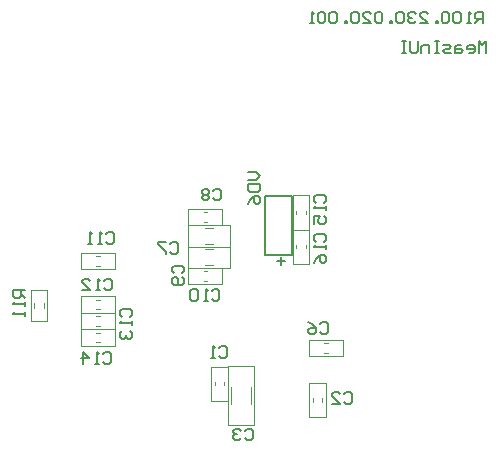
<source format=gbo>
G04 Layer_Color=32896*
%FSLAX44Y44*%
%MOMM*%
G71*
G01*
G75*
%ADD38C,0.1000*%
%ADD40C,0.1270*%
%ADD44C,0.1500*%
D38*
X241000Y168500D02*
Y171500D01*
X249000Y168500D02*
Y171500D01*
X238000Y184500D02*
X252000D01*
Y155500D02*
Y184500D01*
X238000Y155500D02*
X252000D01*
X238000D02*
Y184500D01*
X324000Y154500D02*
Y157500D01*
X332000Y154500D02*
Y157500D01*
X321000Y170500D02*
X335000D01*
Y141500D02*
Y170500D01*
X321000Y141500D02*
X335000D01*
X321000D02*
Y170500D01*
X254500Y152500D02*
Y167500D01*
X271500Y152500D02*
Y167500D01*
X252000Y184750D02*
X274000D01*
Y135250D02*
Y184750D01*
X252000Y135250D02*
X274000D01*
X252000D02*
Y184750D01*
X333500Y196000D02*
X336500D01*
X333500Y204000D02*
X336500D01*
X320500Y193000D02*
Y207000D01*
X349500D01*
Y193000D02*
Y207000D01*
X320500Y193000D02*
X349500D01*
X232500Y301750D02*
X239500D01*
X232500Y288250D02*
X239500D01*
X218000Y286000D02*
Y304000D01*
X254000D01*
Y286000D02*
Y304000D01*
X218000Y286000D02*
X254000D01*
X231500Y315000D02*
X234500D01*
X231500Y307000D02*
X234500D01*
X247500Y304000D02*
Y318000D01*
X218500Y304000D02*
X247500D01*
X218500D02*
Y318000D01*
X247500D01*
X232500Y283750D02*
X239500D01*
X232500Y270250D02*
X239500D01*
X218000Y268000D02*
Y286000D01*
X254000D01*
Y268000D02*
Y286000D01*
X218000Y268000D02*
X254000D01*
X231500Y257000D02*
X234500D01*
X231500Y265000D02*
X234500D01*
X218500Y254000D02*
Y268000D01*
X247500D01*
Y254000D02*
Y268000D01*
X218500Y254000D02*
X247500D01*
X140500Y278000D02*
X143500D01*
X140500Y270000D02*
X143500D01*
X156500Y267000D02*
Y281000D01*
X127500Y267000D02*
X156500D01*
X127500D02*
Y281000D01*
X156500D01*
X140500Y241000D02*
X143500D01*
X140500Y233000D02*
X143500D01*
X156500Y230000D02*
Y244000D01*
X127500Y230000D02*
X156500D01*
X127500D02*
Y244000D01*
X156500D01*
X140500Y227000D02*
X143500D01*
X140500Y219000D02*
X143500D01*
X156500Y216000D02*
Y230000D01*
X127500Y216000D02*
X156500D01*
X127500D02*
Y230000D01*
X156500D01*
X140500Y213000D02*
X143500D01*
X140500Y205000D02*
X143500D01*
X156500Y202000D02*
Y216000D01*
X127500Y202000D02*
X156500D01*
X127500D02*
Y216000D01*
X156500D01*
X318000Y313500D02*
Y316500D01*
X310000Y313500D02*
Y316500D01*
X307000Y300500D02*
X321000D01*
X307000D02*
Y329500D01*
X321000D01*
Y300500D02*
Y329500D01*
X318000Y284500D02*
Y287500D01*
X310000Y284500D02*
Y287500D01*
X307000Y271500D02*
X321000D01*
X307000D02*
Y300500D01*
X321000D01*
Y271500D02*
Y300500D01*
X98750Y222750D02*
Y249250D01*
X85250D02*
X98750D01*
X85250Y222750D02*
Y249250D01*
Y222750D02*
X98750D01*
X96250Y235000D02*
Y237000D01*
X87750Y234000D02*
Y238000D01*
X96250Y234000D02*
Y235000D01*
Y237000D02*
Y238000D01*
D40*
X306250Y279000D02*
Y329000D01*
X283750D02*
X306250D01*
X283750Y279000D02*
Y329000D01*
Y279000D02*
X306250D01*
D44*
X244414Y199833D02*
X246080Y201499D01*
X249412D01*
X251078Y199833D01*
Y193168D01*
X249412Y191502D01*
X246080D01*
X244414Y193168D01*
X241081Y191502D02*
X237749D01*
X239415D01*
Y201499D01*
X241081Y199833D01*
X350336Y161331D02*
X352002Y162997D01*
X355334D01*
X357000Y161331D01*
Y154666D01*
X355334Y153000D01*
X352002D01*
X350336Y154666D01*
X340339Y153000D02*
X347003D01*
X340339Y159664D01*
Y161331D01*
X342005Y162997D01*
X345337D01*
X347003Y161331D01*
X266336Y130331D02*
X268002Y131997D01*
X271334D01*
X273000Y130331D01*
Y123666D01*
X271334Y122000D01*
X268002D01*
X266336Y123666D01*
X263003Y130331D02*
X261337Y131997D01*
X258005D01*
X256339Y130331D01*
Y128665D01*
X258005Y126998D01*
X259671D01*
X258005D01*
X256339Y125332D01*
Y123666D01*
X258005Y122000D01*
X261337D01*
X263003Y123666D01*
X330336Y220331D02*
X332002Y221997D01*
X335334D01*
X337000Y220331D01*
Y213666D01*
X335334Y212000D01*
X332002D01*
X330336Y213666D01*
X320339Y221997D02*
X323671Y220331D01*
X327003Y216998D01*
Y213666D01*
X325337Y212000D01*
X322005D01*
X320339Y213666D01*
Y215332D01*
X322005Y216998D01*
X327003D01*
X203335Y288331D02*
X205002Y289997D01*
X208334D01*
X210000Y288331D01*
Y281666D01*
X208334Y280000D01*
X205002D01*
X203335Y281666D01*
X200003Y289997D02*
X193339D01*
Y288331D01*
X200003Y281666D01*
Y280000D01*
X239841Y333437D02*
X241508Y335103D01*
X244840D01*
X246506Y333437D01*
Y326772D01*
X244840Y325106D01*
X241508D01*
X239841Y326772D01*
X236509Y333437D02*
X234843Y335103D01*
X231511D01*
X229845Y333437D01*
Y331771D01*
X231511Y330104D01*
X229845Y328438D01*
Y326772D01*
X231511Y325106D01*
X234843D01*
X236509Y326772D01*
Y328438D01*
X234843Y330104D01*
X236509Y331771D01*
Y333437D01*
X234843Y330104D02*
X231511D01*
X206669Y263335D02*
X205003Y265002D01*
Y268334D01*
X206669Y270000D01*
X213334D01*
X215000Y268334D01*
Y265002D01*
X213334Y263335D01*
Y260003D02*
X215000Y258337D01*
Y255005D01*
X213334Y253339D01*
X206669D01*
X205003Y255005D01*
Y258337D01*
X206669Y260003D01*
X208335D01*
X210002Y258337D01*
Y253339D01*
X238335Y248331D02*
X240002Y249997D01*
X243334D01*
X245000Y248331D01*
Y241666D01*
X243334Y240000D01*
X240002D01*
X238335Y241666D01*
X235003Y240000D02*
X231671D01*
X233337D01*
Y249997D01*
X235003Y248331D01*
X226673D02*
X225006Y249997D01*
X221674D01*
X220008Y248331D01*
Y241666D01*
X221674Y240000D01*
X225006D01*
X226673Y241666D01*
Y248331D01*
X148910Y296353D02*
X150576Y298019D01*
X153908D01*
X155574Y296353D01*
Y289688D01*
X153908Y288022D01*
X150576D01*
X148910Y289688D01*
X145577Y288022D02*
X142245D01*
X143911D01*
Y298019D01*
X145577Y296353D01*
X137247Y288022D02*
X133914D01*
X135581D01*
Y298019D01*
X137247Y296353D01*
X147336Y257331D02*
X149002Y258997D01*
X152334D01*
X154000Y257331D01*
Y250666D01*
X152334Y249000D01*
X149002D01*
X147336Y250666D01*
X144003Y249000D02*
X140671D01*
X142337D01*
Y258997D01*
X144003Y257331D01*
X129008Y249000D02*
X135673D01*
X129008Y255665D01*
Y257331D01*
X130674Y258997D01*
X134006D01*
X135673Y257331D01*
X162669Y226336D02*
X161003Y228002D01*
Y231334D01*
X162669Y233000D01*
X169334D01*
X171000Y231334D01*
Y228002D01*
X169334Y226336D01*
X171000Y223003D02*
Y219671D01*
Y221337D01*
X161003D01*
X162669Y223003D01*
Y214673D02*
X161003Y213006D01*
Y209674D01*
X162669Y208008D01*
X164335D01*
X166002Y209674D01*
Y211340D01*
Y209674D01*
X167668Y208008D01*
X169334D01*
X171000Y209674D01*
Y213006D01*
X169334Y214673D01*
X146335Y195331D02*
X148002Y196997D01*
X151334D01*
X153000Y195331D01*
Y188666D01*
X151334Y187000D01*
X148002D01*
X146335Y188666D01*
X143003Y187000D02*
X139671D01*
X141337D01*
Y196997D01*
X143003Y195331D01*
X129674Y187000D02*
Y196997D01*
X134673Y191998D01*
X128008D01*
X326669Y323335D02*
X325003Y325002D01*
Y328334D01*
X326669Y330000D01*
X333334D01*
X335000Y328334D01*
Y325002D01*
X333334Y323335D01*
X335000Y320003D02*
Y316671D01*
Y318337D01*
X325003D01*
X326669Y320003D01*
X325003Y305008D02*
Y311673D01*
X330002D01*
X328335Y308340D01*
Y306674D01*
X330002Y305008D01*
X333334D01*
X335000Y306674D01*
Y310006D01*
X333334Y311673D01*
X326669Y290336D02*
X325003Y292002D01*
Y295334D01*
X326669Y297000D01*
X333334D01*
X335000Y295334D01*
Y292002D01*
X333334Y290336D01*
X335000Y287003D02*
Y283671D01*
Y285337D01*
X325003D01*
X326669Y287003D01*
X325003Y272008D02*
X326669Y275340D01*
X330002Y278673D01*
X333334D01*
X335000Y277006D01*
Y273674D01*
X333334Y272008D01*
X331668D01*
X330002Y273674D01*
Y278673D01*
X80000Y249000D02*
X70003D01*
Y244002D01*
X71669Y242335D01*
X75002D01*
X76668Y244002D01*
Y249000D01*
Y245668D02*
X80000Y242335D01*
Y239003D02*
Y235671D01*
Y237337D01*
X70003D01*
X71669Y239003D01*
X80000Y230673D02*
Y227340D01*
Y229007D01*
X70003D01*
X71669Y230673D01*
X269003Y349000D02*
X275668D01*
X279000Y345668D01*
X275668Y342336D01*
X269003D01*
Y339003D02*
X279000D01*
Y334005D01*
X277334Y332339D01*
X270669D01*
X269003Y334005D01*
Y339003D01*
Y322342D02*
X270669Y325674D01*
X274002Y329006D01*
X277334D01*
X279000Y327340D01*
Y324008D01*
X277334Y322342D01*
X275668D01*
X274002Y324008D01*
Y329006D01*
X296748Y270750D02*
Y277414D01*
X300081Y274082D02*
X293416D01*
X471000Y450000D02*
Y459997D01*
X467668Y456665D01*
X464336Y459997D01*
Y450000D01*
X456005D02*
X459337D01*
X461003Y451666D01*
Y454998D01*
X459337Y456665D01*
X456005D01*
X454339Y454998D01*
Y453332D01*
X461003D01*
X449340Y456665D02*
X446008D01*
X444342Y454998D01*
Y450000D01*
X449340D01*
X451006Y451666D01*
X449340Y453332D01*
X444342D01*
X441010Y450000D02*
X436011D01*
X434345Y451666D01*
X436011Y453332D01*
X439343D01*
X441010Y454998D01*
X439343Y456665D01*
X434345D01*
X431013Y459997D02*
X427681D01*
X429347D01*
Y450000D01*
X431013D01*
X427681D01*
X422682D02*
Y456665D01*
X417684D01*
X416018Y454998D01*
Y450000D01*
X412686Y459997D02*
Y451666D01*
X411019Y450000D01*
X407687D01*
X406021Y451666D01*
Y459997D01*
X402689D02*
X399356D01*
X401022D01*
Y450000D01*
X402689D01*
X399356D01*
X468000Y475000D02*
Y484997D01*
X463002D01*
X461335Y483331D01*
Y479998D01*
X463002Y478332D01*
X468000D01*
X464668D02*
X461335Y475000D01*
X458003D02*
X454671D01*
X456337D01*
Y484997D01*
X458003Y483331D01*
X449673D02*
X448006Y484997D01*
X444674D01*
X443008Y483331D01*
Y476666D01*
X444674Y475000D01*
X448006D01*
X449673Y476666D01*
Y483331D01*
X439676D02*
X438010Y484997D01*
X434677D01*
X433011Y483331D01*
Y476666D01*
X434677Y475000D01*
X438010D01*
X439676Y476666D01*
Y483331D01*
X429679Y475000D02*
Y476666D01*
X428013D01*
Y475000D01*
X429679D01*
X414684D02*
X421348D01*
X414684Y481665D01*
Y483331D01*
X416350Y484997D01*
X419682D01*
X421348Y483331D01*
X411352D02*
X409686Y484997D01*
X406353D01*
X404687Y483331D01*
Y481665D01*
X406353Y479998D01*
X408019D01*
X406353D01*
X404687Y478332D01*
Y476666D01*
X406353Y475000D01*
X409686D01*
X411352Y476666D01*
X401355Y483331D02*
X399689Y484997D01*
X396356D01*
X394690Y483331D01*
Y476666D01*
X396356Y475000D01*
X399689D01*
X401355Y476666D01*
Y483331D01*
X391358Y475000D02*
Y476666D01*
X389692D01*
Y475000D01*
X391358D01*
X383027Y483331D02*
X381361Y484997D01*
X378029D01*
X376363Y483331D01*
Y476666D01*
X378029Y475000D01*
X381361D01*
X383027Y476666D01*
Y483331D01*
X366366Y475000D02*
X373031D01*
X366366Y481665D01*
Y483331D01*
X368032Y484997D01*
X371365D01*
X373031Y483331D01*
X363034D02*
X361368Y484997D01*
X358036D01*
X356369Y483331D01*
Y476666D01*
X358036Y475000D01*
X361368D01*
X363034Y476666D01*
Y483331D01*
X353037Y475000D02*
Y476666D01*
X351371D01*
Y475000D01*
X353037D01*
X344706Y483331D02*
X343040Y484997D01*
X339708D01*
X338042Y483331D01*
Y476666D01*
X339708Y475000D01*
X343040D01*
X344706Y476666D01*
Y483331D01*
X334710D02*
X333044Y484997D01*
X329711D01*
X328045Y483331D01*
Y476666D01*
X329711Y475000D01*
X333044D01*
X334710Y476666D01*
Y483331D01*
X324713Y475000D02*
X321381D01*
X323047D01*
Y484997D01*
X324713Y483331D01*
M02*

</source>
